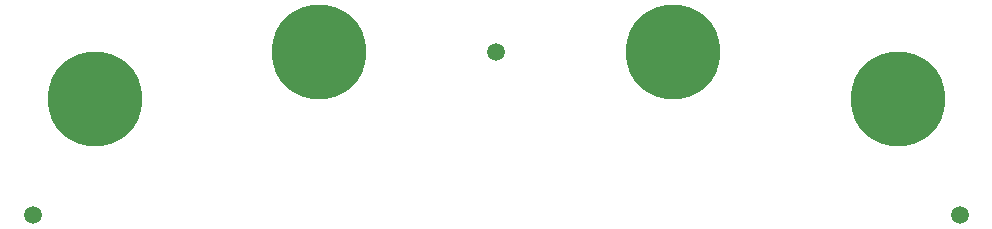
<source format=gtl>
G04*
G04 #@! TF.GenerationSoftware,Altium Limited,Altium Designer,21.9.2 (33)*
G04*
G04 Layer_Physical_Order=1*
G04 Layer_Color=255*
%FSLAX42Y42*%
%MOMM*%
G71*
G04*
G04 #@! TF.SameCoordinates,6CD87459-A782-4652-917E-CC62B328AA25*
G04*
G04*
G04 #@! TF.FilePolarity,Positive*
G04*
G01*
G75*
%ADD13C,1.52*%
%ADD14C,8.00*%
D13*
X5969Y3262D02*
D03*
X9894Y1887D02*
D03*
X2044D02*
D03*
D14*
X9369Y2862D02*
D03*
X7469Y3262D02*
D03*
X4469D02*
D03*
X2569Y2862D02*
D03*
M02*

</source>
